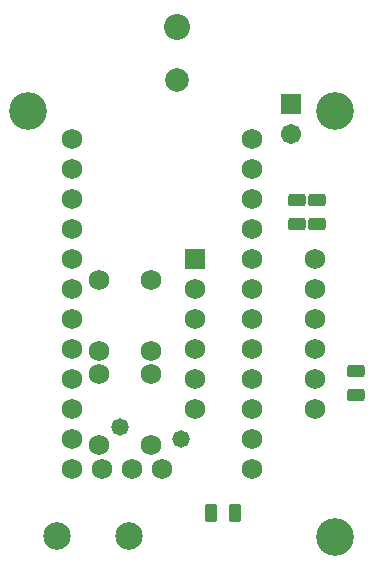
<source format=gbs>
G04 Layer_Color=16711935*
%FSLAX24Y24*%
%MOIN*%
G70*
G01*
G75*
%ADD28R,0.0680X0.0680*%
G04:AMPARAMS|DCode=29|XSize=59.2mil|YSize=39.5mil|CornerRadius=7.9mil|HoleSize=0mil|Usage=FLASHONLY|Rotation=90.000|XOffset=0mil|YOffset=0mil|HoleType=Round|Shape=RoundedRectangle|*
%AMROUNDEDRECTD29*
21,1,0.0592,0.0236,0,0,90.0*
21,1,0.0433,0.0395,0,0,90.0*
1,1,0.0159,0.0118,0.0217*
1,1,0.0159,0.0118,-0.0217*
1,1,0.0159,-0.0118,-0.0217*
1,1,0.0159,-0.0118,0.0217*
%
%ADD29ROUNDEDRECTD29*%
G04:AMPARAMS|DCode=30|XSize=59.2mil|YSize=39.5mil|CornerRadius=7.9mil|HoleSize=0mil|Usage=FLASHONLY|Rotation=0.000|XOffset=0mil|YOffset=0mil|HoleType=Round|Shape=RoundedRectangle|*
%AMROUNDEDRECTD30*
21,1,0.0592,0.0236,0,0,0.0*
21,1,0.0433,0.0395,0,0,0.0*
1,1,0.0159,0.0217,-0.0118*
1,1,0.0159,-0.0217,-0.0118*
1,1,0.0159,-0.0217,0.0118*
1,1,0.0159,0.0217,0.0118*
%
%ADD30ROUNDEDRECTD30*%
%ADD33C,0.0680*%
%ADD34C,0.0671*%
%ADD35R,0.0671X0.0671*%
%ADD36C,0.0580*%
%ADD37C,0.1261*%
%ADD38C,0.0919*%
%ADD39C,0.0789*%
%ADD40C,0.0867*%
D28*
X51650Y22250D02*
D03*
D29*
X52165Y13780D02*
D03*
X52953D02*
D03*
D30*
X56988Y18504D02*
D03*
Y17717D02*
D03*
X55709Y23425D02*
D03*
Y24213D02*
D03*
X55020Y23425D02*
D03*
Y24213D02*
D03*
D33*
X48445Y18406D02*
D03*
X50177D02*
D03*
Y16043D02*
D03*
X48445D02*
D03*
Y21555D02*
D03*
X50177D02*
D03*
Y19193D02*
D03*
X48445D02*
D03*
X51650Y17250D02*
D03*
Y18250D02*
D03*
Y19250D02*
D03*
Y20250D02*
D03*
Y21250D02*
D03*
X55650Y17250D02*
D03*
Y18250D02*
D03*
Y19250D02*
D03*
Y20250D02*
D03*
Y21250D02*
D03*
Y22250D02*
D03*
X50550Y15250D02*
D03*
X49550D02*
D03*
X48550D02*
D03*
X47550Y26250D02*
D03*
Y25250D02*
D03*
Y16250D02*
D03*
Y24250D02*
D03*
Y23250D02*
D03*
Y22250D02*
D03*
Y21250D02*
D03*
Y20250D02*
D03*
Y19250D02*
D03*
Y18250D02*
D03*
Y17250D02*
D03*
Y15250D02*
D03*
X53550Y24250D02*
D03*
Y15250D02*
D03*
Y16250D02*
D03*
Y17250D02*
D03*
Y18250D02*
D03*
Y19250D02*
D03*
Y20250D02*
D03*
Y21250D02*
D03*
Y22250D02*
D03*
Y23250D02*
D03*
Y25250D02*
D03*
Y26250D02*
D03*
D34*
X54850Y26400D02*
D03*
D35*
Y27400D02*
D03*
D36*
X49148Y16634D02*
D03*
X51181Y16240D02*
D03*
D37*
X56299Y27165D02*
D03*
X46063D02*
D03*
X56299Y12992D02*
D03*
D38*
X49425Y13022D02*
D03*
X47028D02*
D03*
D39*
X51050Y28214D02*
D03*
D40*
Y29986D02*
D03*
M02*

</source>
